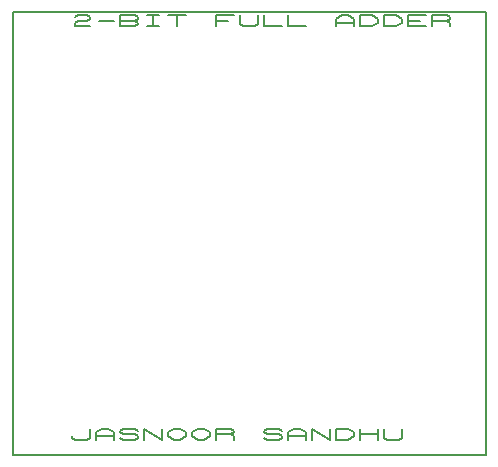
<source format=gbr>
G04 PROTEUS GERBER X2 FILE*
%TF.GenerationSoftware,Labcenter,Proteus,8.9-SP2-Build28501*%
%TF.CreationDate,2023-03-09T16:47:13+00:00*%
%TF.FileFunction,NonPlated,1,2,NPTH*%
%TF.FilePolarity,Positive*%
%TF.Part,Single*%
%TF.SameCoordinates,{0f7d483c-582a-42f8-afd4-3f49b78b352a}*%
%FSLAX45Y45*%
%MOMM*%
G01*
%TA.AperFunction,Profile*%
%ADD16C,0.203200*%
%TD.AperFunction*%
D16*
X-2750000Y-3000000D02*
X+1250000Y-3000000D01*
X+1250000Y+750000D01*
X-2750000Y+750000D01*
X-2750000Y-3000000D01*
X-2250000Y-2841440D02*
X-2250000Y-2856680D01*
X-2224600Y-2871920D01*
X-2123000Y-2871920D01*
X-2097600Y-2856680D01*
X-2097600Y-2780480D01*
X-2046800Y-2871920D02*
X-2046800Y-2810960D01*
X-1996000Y-2780480D01*
X-1945200Y-2780480D01*
X-1894400Y-2810960D01*
X-1894400Y-2871920D01*
X-2046800Y-2841440D02*
X-1894400Y-2841440D01*
X-1843600Y-2856680D02*
X-1818200Y-2871920D01*
X-1716600Y-2871920D01*
X-1691200Y-2856680D01*
X-1691200Y-2841440D01*
X-1716600Y-2826200D01*
X-1818200Y-2826200D01*
X-1843600Y-2810960D01*
X-1843600Y-2795720D01*
X-1818200Y-2780480D01*
X-1716600Y-2780480D01*
X-1691200Y-2795720D01*
X-1640400Y-2871920D02*
X-1640400Y-2780480D01*
X-1488000Y-2871920D01*
X-1488000Y-2780480D01*
X-1437200Y-2810960D02*
X-1386400Y-2780480D01*
X-1335600Y-2780480D01*
X-1284800Y-2810960D01*
X-1284800Y-2841440D01*
X-1335600Y-2871920D01*
X-1386400Y-2871920D01*
X-1437200Y-2841440D01*
X-1437200Y-2810960D01*
X-1234000Y-2810960D02*
X-1183200Y-2780480D01*
X-1132400Y-2780480D01*
X-1081600Y-2810960D01*
X-1081600Y-2841440D01*
X-1132400Y-2871920D01*
X-1183200Y-2871920D01*
X-1234000Y-2841440D01*
X-1234000Y-2810960D01*
X-1030800Y-2871920D02*
X-1030800Y-2780480D01*
X-903800Y-2780480D01*
X-878400Y-2795720D01*
X-878400Y-2810960D01*
X-903800Y-2826200D01*
X-1030800Y-2826200D01*
X-903800Y-2826200D02*
X-878400Y-2841440D01*
X-878400Y-2871920D01*
X-624400Y-2856680D02*
X-599000Y-2871920D01*
X-497400Y-2871920D01*
X-472000Y-2856680D01*
X-472000Y-2841440D01*
X-497400Y-2826200D01*
X-599000Y-2826200D01*
X-624400Y-2810960D01*
X-624400Y-2795720D01*
X-599000Y-2780480D01*
X-497400Y-2780480D01*
X-472000Y-2795720D01*
X-421200Y-2871920D02*
X-421200Y-2810960D01*
X-370400Y-2780480D01*
X-319600Y-2780480D01*
X-268800Y-2810960D01*
X-268800Y-2871920D01*
X-421200Y-2841440D02*
X-268800Y-2841440D01*
X-218000Y-2871920D02*
X-218000Y-2780480D01*
X-65600Y-2871920D01*
X-65600Y-2780480D01*
X-14800Y-2871920D02*
X-14800Y-2780480D01*
X+86800Y-2780480D01*
X+137600Y-2810960D01*
X+137600Y-2841440D01*
X+86800Y-2871920D01*
X-14800Y-2871920D01*
X+188400Y-2871920D02*
X+188400Y-2780480D01*
X+340800Y-2780480D02*
X+340800Y-2871920D01*
X+188400Y-2826200D02*
X+340800Y-2826200D01*
X+391600Y-2780480D02*
X+391600Y-2856680D01*
X+417000Y-2871920D01*
X+518600Y-2871920D01*
X+544000Y-2856680D01*
X+544000Y-2780480D01*
X-2224600Y+704280D02*
X-2199200Y+719520D01*
X-2123000Y+719520D01*
X-2097600Y+704280D01*
X-2097600Y+689040D01*
X-2123000Y+673800D01*
X-2199200Y+673800D01*
X-2224600Y+658560D01*
X-2224600Y+628080D01*
X-2097600Y+628080D01*
X-2021400Y+673800D02*
X-1894400Y+673800D01*
X-1843600Y+628080D02*
X-1843600Y+719520D01*
X-1716600Y+719520D01*
X-1691200Y+704280D01*
X-1691200Y+689040D01*
X-1716600Y+673800D01*
X-1691200Y+658560D01*
X-1691200Y+643320D01*
X-1716600Y+628080D01*
X-1843600Y+628080D01*
X-1843600Y+673800D02*
X-1716600Y+673800D01*
X-1615000Y+719520D02*
X-1513400Y+719520D01*
X-1564200Y+719520D02*
X-1564200Y+628080D01*
X-1615000Y+628080D02*
X-1513400Y+628080D01*
X-1437200Y+719520D02*
X-1284800Y+719520D01*
X-1361000Y+719520D02*
X-1361000Y+628080D01*
X-1030800Y+628080D02*
X-1030800Y+719520D01*
X-878400Y+719520D01*
X-1030800Y+673800D02*
X-929200Y+673800D01*
X-827600Y+719520D02*
X-827600Y+643320D01*
X-802200Y+628080D01*
X-700600Y+628080D01*
X-675200Y+643320D01*
X-675200Y+719520D01*
X-624400Y+719520D02*
X-624400Y+628080D01*
X-472000Y+628080D01*
X-421200Y+719520D02*
X-421200Y+628080D01*
X-268800Y+628080D01*
X-14800Y+628080D02*
X-14800Y+689040D01*
X+36000Y+719520D01*
X+86800Y+719520D01*
X+137600Y+689040D01*
X+137600Y+628080D01*
X-14800Y+658560D02*
X+137600Y+658560D01*
X+188400Y+628080D02*
X+188400Y+719520D01*
X+290000Y+719520D01*
X+340800Y+689040D01*
X+340800Y+658560D01*
X+290000Y+628080D01*
X+188400Y+628080D01*
X+391600Y+628080D02*
X+391600Y+719520D01*
X+493200Y+719520D01*
X+544000Y+689040D01*
X+544000Y+658560D01*
X+493200Y+628080D01*
X+391600Y+628080D01*
X+747200Y+628080D02*
X+594800Y+628080D01*
X+594800Y+719520D01*
X+747200Y+719520D01*
X+594800Y+673800D02*
X+696400Y+673800D01*
X+798000Y+628080D02*
X+798000Y+719520D01*
X+925000Y+719520D01*
X+950400Y+704280D01*
X+950400Y+689040D01*
X+925000Y+673800D01*
X+798000Y+673800D01*
X+925000Y+673800D02*
X+950400Y+658560D01*
X+950400Y+628080D01*
M02*

</source>
